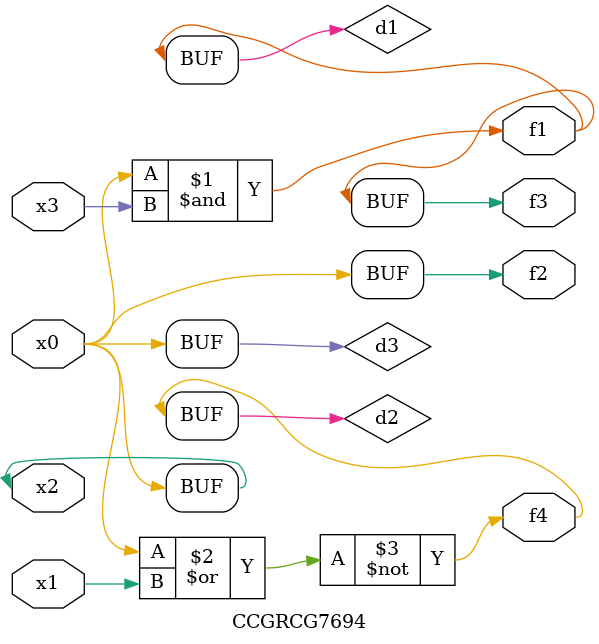
<source format=v>
module CCGRCG7694(
	input x0, x1, x2, x3,
	output f1, f2, f3, f4
);

	wire d1, d2, d3;

	and (d1, x2, x3);
	nor (d2, x0, x1);
	buf (d3, x0, x2);
	assign f1 = d1;
	assign f2 = d3;
	assign f3 = d1;
	assign f4 = d2;
endmodule

</source>
